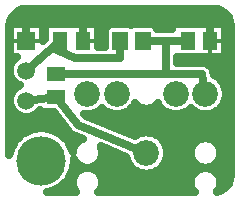
<source format=gtl>
G04 DipTrace 3.0.0.2*
G04 WellMonitorSingle.gtl*
%MOIN*%
G04 #@! TF.FileFunction,Copper,L1,Top*
G04 #@! TF.Part,Single*
%AMOUTLINE0*
4,1,4,
0.025591,0.029528,
0.025591,-0.029528,
-0.025591,-0.029528,
-0.025591,0.029528,
0.025591,0.029528,
0*%
G04 #@! TA.AperFunction,CopperBalancing*
%ADD13C,0.025*%
%ADD14C,0.013*%
%ADD15R,0.051181X0.059055*%
G04 #@! TA.AperFunction,ComponentPad*
%ADD17C,0.086*%
%ADD18R,0.059055X0.051181*%
G04 #@! TA.AperFunction,ComponentPad*
%ADD19R,0.059055X0.059055*%
%ADD20C,0.059055*%
G04 #@! TA.AperFunction,ViaPad*
%ADD21C,0.165*%
%ADD42OUTLINE0*%
%FSLAX26Y26*%
G04*
G70*
G90*
G75*
G01*
G04 Top*
%LPD*%
X493701Y843701D2*
D13*
X578483Y918998D1*
X606299Y943701D1*
X806299D2*
Y884449D1*
X655549D1*
X578483Y918998D1*
X493701Y743701D2*
X593701Y756299D1*
X666083Y662746D1*
X893701Y568701D1*
X493701Y943701D2*
Y1034772D1*
X681103D1*
X1106103D1*
Y943701D1*
X681103D2*
Y1034772D1*
X593701Y831103D2*
X958319D1*
X1079446D1*
X1090551Y765551D1*
X881103Y943701D2*
X958319D1*
X1031299D1*
X958319D2*
Y831103D1*
D21*
X543701Y543701D3*
X450322Y1025332D2*
D13*
X1162070D1*
X440946Y1000463D2*
X1171444D1*
X734696Y975595D2*
X752840D1*
X1159696D2*
X1172714D1*
X734696Y950726D2*
X752743D1*
X1159696D2*
X1172714D1*
X734696Y925857D2*
X752743D1*
X1159696D2*
X1172714D1*
X1159696Y900988D2*
X1172714D1*
X998807Y876120D2*
X1172714D1*
X1114139Y851251D2*
X1172714D1*
X1124540Y826382D2*
X1172714D1*
X439726Y801513D2*
X455848D1*
X1151347D2*
X1172714D1*
X1160135Y751776D2*
X1172714D1*
X1149588Y726907D2*
X1172714D1*
X439726Y702038D2*
X455261D1*
X532158D2*
X585164D1*
X725028D2*
X767099D1*
X823416D2*
X963974D1*
X1020292D2*
X1062411D1*
X1118730D2*
X1172714D1*
X439726Y677170D2*
X604403D1*
X733134D2*
X1172714D1*
X439726Y652301D2*
X623642D1*
X793339D2*
X1172714D1*
X439726Y627432D2*
X473007D1*
X614432D2*
X649570D1*
X931474D2*
X1172714D1*
X636747Y602563D2*
X658748D1*
X955742D2*
X1052450D1*
X1128642D2*
X1172714D1*
X747635Y577694D2*
X769979D1*
X964091D2*
X1039755D1*
X1141336D2*
X1172714D1*
X745828Y552826D2*
X824570D1*
X962822D2*
X1041562D1*
X1139530D2*
X1172714D1*
X653055Y527957D2*
X666872D1*
X726786D2*
X836142D1*
X951248D2*
X1060604D1*
X1120487D2*
X1172714D1*
X735916Y503088D2*
X871542D1*
X915898D2*
X1051474D1*
X1129618D2*
X1172714D1*
X632108Y478219D2*
X645906D1*
X747831D2*
X1039559D1*
X1141532D2*
X1170028D1*
X605351Y453351D2*
X648251D1*
X745487D2*
X1041952D1*
X1139188D2*
X1155038D1*
X1139523Y564847D2*
X1138316Y557234D1*
X1135935Y549903D1*
X1132435Y543034D1*
X1127904Y536799D1*
X1122453Y531348D1*
X1116218Y526818D1*
X1109349Y523318D1*
X1102019Y520936D1*
X1094406Y519730D1*
X1086697D1*
X1079084Y520936D1*
X1071753Y523318D1*
X1064885Y526818D1*
X1058650Y531348D1*
X1053198Y536799D1*
X1048668Y543034D1*
X1045168Y549903D1*
X1042786Y557234D1*
X1041580Y564847D1*
Y572555D1*
X1042786Y580168D1*
X1045168Y587499D1*
X1048668Y594368D1*
X1053198Y600603D1*
X1058650Y606054D1*
X1064885Y610584D1*
X1071753Y614084D1*
X1079084Y616466D1*
X1086697Y617672D1*
X1094406D1*
X1102019Y616466D1*
X1109349Y614084D1*
X1116218Y610584D1*
X1122453Y606054D1*
X1127904Y600603D1*
X1132435Y594368D1*
X1135935Y587499D1*
X1138316Y580168D1*
X1139523Y572555D1*
Y564847D1*
X439494Y1008261D2*
X437191Y990763D1*
X437192Y561408D1*
X438685Y568914D1*
X440987Y577075D1*
X443921Y585030D1*
X447473Y592732D1*
X451616Y600131D1*
X456327Y607181D1*
X461578Y613841D1*
X467334Y620068D1*
X473561Y625824D1*
X480221Y631075D1*
X487271Y635786D1*
X494670Y639929D1*
X502372Y643481D1*
X510327Y646415D1*
X518488Y648717D1*
X526806Y650372D1*
X535227Y651368D1*
X543701Y651701D1*
X552175Y651368D1*
X560596Y650372D1*
X568914Y648717D1*
X577075Y646415D1*
X585030Y643481D1*
X592732Y639929D1*
X600131Y635786D1*
X607181Y631075D1*
X613841Y625824D1*
X620068Y620068D1*
X625824Y613841D1*
X631075Y607181D1*
X635786Y600131D1*
X639929Y592732D1*
X643481Y585030D1*
X647845Y572005D1*
X649086Y580168D1*
X651467Y587499D1*
X654967Y594368D1*
X659498Y600603D1*
X664949Y606054D1*
X671184Y610584D1*
X678053Y614084D1*
X681403Y615319D1*
X648861Y628873D1*
X643774Y631983D1*
X639236Y635852D1*
X628378Y649379D1*
X585204Y705184D1*
X538673Y705209D1*
Y711117D1*
X537937Y710999D1*
X532612Y704790D1*
X526045Y699183D1*
X518683Y694671D1*
X510705Y691366D1*
X502309Y689351D1*
X493701Y688673D1*
X485093Y689351D1*
X476697Y691366D1*
X468719Y694671D1*
X461357Y699183D1*
X454790Y704790D1*
X449183Y711357D1*
X444671Y718719D1*
X441366Y726697D1*
X439351Y735093D1*
X438673Y743701D1*
X439351Y752309D1*
X441366Y760705D1*
X444671Y768683D1*
X449183Y776045D1*
X454790Y782612D1*
X461357Y788219D1*
X468719Y792731D1*
X470788Y793717D1*
X464949Y796782D1*
X457963Y801857D1*
X451857Y807963D1*
X446782Y814949D1*
X442862Y822643D1*
X440194Y830855D1*
X438843Y839383D1*
Y848019D1*
X440194Y856547D1*
X442862Y864759D1*
X446782Y872453D1*
X451857Y879439D1*
X457963Y885545D1*
X462000Y888673D1*
X438673D1*
Y998729D1*
X548729D1*
Y943368D1*
X555185Y949129D1*
X555209Y998729D1*
X732193D1*
Y922429D1*
X755206Y922449D1*
X755523Y977218D1*
X757150Y982987D1*
X760079Y988217D1*
X764149Y992620D1*
X769131Y995949D1*
X774756Y998024D1*
X781045Y998715D1*
X833891Y998650D1*
X839771Y997481D1*
X843706Y995815D1*
X849559Y998024D1*
X855848Y998715D1*
X908694Y998650D1*
X914574Y997481D1*
X920017Y994971D1*
X924725Y991260D1*
X928436Y986553D1*
X930400Y982583D1*
X931103Y981701D1*
X980243D1*
X980209Y998729D1*
X1157193D1*
Y888673D1*
X996306D1*
X996320Y869042D1*
X1082427Y868986D1*
X1088316Y868053D1*
X1093988Y866210D1*
X1099301Y863503D1*
X1104125Y859998D1*
X1108341Y855781D1*
X1111847Y850957D1*
X1114553Y845645D1*
X1116395Y839974D1*
X1118503Y828062D1*
X1126343Y823957D1*
X1135038Y817639D1*
X1142639Y810038D1*
X1148957Y801343D1*
X1153837Y791765D1*
X1157159Y781542D1*
X1158840Y770925D1*
Y760177D1*
X1157159Y749561D1*
X1153837Y739337D1*
X1148957Y729760D1*
X1142639Y721065D1*
X1135038Y713463D1*
X1126343Y707146D1*
X1116765Y702265D1*
X1106542Y698944D1*
X1095925Y697263D1*
X1085177D1*
X1074561Y698944D1*
X1064337Y702265D1*
X1054760Y707146D1*
X1046065Y713463D1*
X1041358Y717932D1*
X1032390Y710134D1*
X1023225Y704517D1*
X1013294Y700404D1*
X1002841Y697895D1*
X992126Y697051D1*
X981411Y697895D1*
X970958Y700404D1*
X961028Y704517D1*
X951862Y710134D1*
X943689Y717114D1*
X936709Y725288D1*
X931349Y733995D1*
X925603Y728198D1*
X919368Y723668D1*
X912499Y720168D1*
X905168Y717786D1*
X897555Y716580D1*
X889847D1*
X882234Y717786D1*
X874903Y720168D1*
X868034Y723668D1*
X861799Y728198D1*
X856078Y733992D1*
X850693Y725288D1*
X843713Y717114D1*
X835540Y710134D1*
X826374Y704517D1*
X816444Y700404D1*
X805991Y697895D1*
X795276Y697051D1*
X784561Y697895D1*
X774108Y700404D1*
X764177Y704517D1*
X755012Y710134D1*
X746839Y717114D1*
X746083Y717932D1*
X737114Y710134D1*
X727949Y704517D1*
X718019Y700404D1*
X707566Y697895D1*
X696851Y697051D1*
X686990Y697793D1*
X692146Y693093D1*
X855554Y625578D1*
X862603Y629735D1*
X872533Y633848D1*
X882986Y636357D1*
X893701Y637201D1*
X904416Y636357D1*
X914869Y633848D1*
X924799Y629735D1*
X933965Y624118D1*
X942138Y617138D1*
X949118Y608965D1*
X954735Y599799D1*
X958848Y589869D1*
X961357Y579416D1*
X962201Y568701D1*
X961357Y557986D1*
X958848Y547533D1*
X954735Y537603D1*
X949118Y528437D1*
X942138Y520264D1*
X933965Y513284D1*
X924799Y507667D1*
X914869Y503554D1*
X904416Y501045D1*
X893701Y500201D1*
X882986Y501045D1*
X872533Y503554D1*
X862603Y507667D1*
X853437Y513284D1*
X845264Y520264D1*
X838284Y528437D1*
X832667Y537603D1*
X828554Y547533D1*
X826574Y555327D1*
X740693Y590803D1*
X743568Y583881D1*
X745368Y576385D1*
X745973Y568701D1*
X745368Y561017D1*
X743568Y553521D1*
X740618Y546400D1*
X736591Y539828D1*
X731586Y533966D1*
X725723Y528961D1*
X719151Y524933D1*
X712030Y521983D1*
X704534Y520184D1*
X696851Y519579D1*
X689167Y520184D1*
X681671Y521983D1*
X674550Y524933D1*
X667978Y528961D1*
X662116Y533966D1*
X657110Y539828D1*
X653083Y546400D1*
X651525Y549780D1*
X651368Y535227D1*
X650372Y526806D1*
X648717Y518488D1*
X646415Y510327D1*
X643481Y502372D1*
X639929Y494670D1*
X635786Y487271D1*
X631075Y480221D1*
X625824Y473561D1*
X620068Y467334D1*
X613841Y461578D1*
X607181Y456327D1*
X600131Y451616D1*
X592732Y447473D1*
X585030Y443921D1*
X577075Y440987D1*
X568914Y438685D1*
X561408Y437192D1*
X660528Y437201D1*
X654967Y444609D1*
X651467Y451478D1*
X649086Y458809D1*
X647879Y466421D1*
Y474130D1*
X649086Y481743D1*
X651467Y489074D1*
X654967Y495942D1*
X659498Y502177D1*
X664949Y507629D1*
X671184Y512159D1*
X678053Y515659D1*
X685383Y518041D1*
X692996Y519247D1*
X700705D1*
X708318Y518041D1*
X715649Y515659D1*
X722517Y512159D1*
X728752Y507629D1*
X734204Y502177D1*
X738734Y495942D1*
X742234Y489074D1*
X744616Y481743D1*
X745822Y474130D1*
Y466421D1*
X744616Y458809D1*
X742234Y451478D1*
X738734Y444609D1*
X733109Y437189D1*
X1054277Y437201D1*
X1050811Y441403D1*
X1046784Y447975D1*
X1043834Y455096D1*
X1042034Y462592D1*
X1041429Y470276D1*
X1042034Y477960D1*
X1043834Y485456D1*
X1046784Y492576D1*
X1050811Y499149D1*
X1055816Y505011D1*
X1061679Y510016D1*
X1068251Y514044D1*
X1075372Y516994D1*
X1082868Y518793D1*
X1090551Y519398D1*
X1098235Y518793D1*
X1105731Y516994D1*
X1112852Y514044D1*
X1119424Y510016D1*
X1125286Y505011D1*
X1130292Y499149D1*
X1134319Y492576D1*
X1137269Y485456D1*
X1139068Y477960D1*
X1139673Y470276D1*
X1139068Y462592D1*
X1137269Y455096D1*
X1134319Y447975D1*
X1130292Y441403D1*
X1128250Y438811D1*
X1146794Y445109D1*
X1158414Y454036D1*
X1167327Y465666D1*
X1172927Y479206D1*
X1175214Y496638D1*
X1175201Y990977D1*
X1172908Y1008263D1*
X1167294Y1021794D1*
X1158368Y1033414D1*
X1146738Y1042326D1*
X1133197Y1047925D1*
X1115764Y1050211D1*
X496425Y1050201D1*
X479139Y1047908D1*
X465608Y1042294D1*
X453988Y1033366D1*
X445075Y1021736D1*
X439477Y1008196D1*
X438673Y998729D1*
X441173D1*
X493701Y998680D2*
D14*
Y943701D1*
X438722D2*
X548680D1*
X681103Y998680D2*
Y943701D1*
X732145D1*
X1106103Y998680D2*
Y888722D1*
Y943701D2*
X1157145D1*
D15*
X606299D3*
X681103D3*
D17*
X893701Y568701D3*
X795276Y765551D3*
X696851D3*
X992126D3*
X1090551D3*
D18*
X593701Y831103D3*
Y756299D3*
D15*
X1106103Y943701D3*
X1031299D3*
D42*
X881103D3*
X806299D3*
D19*
X493701D3*
D20*
Y843701D3*
Y743701D3*
M02*

</source>
